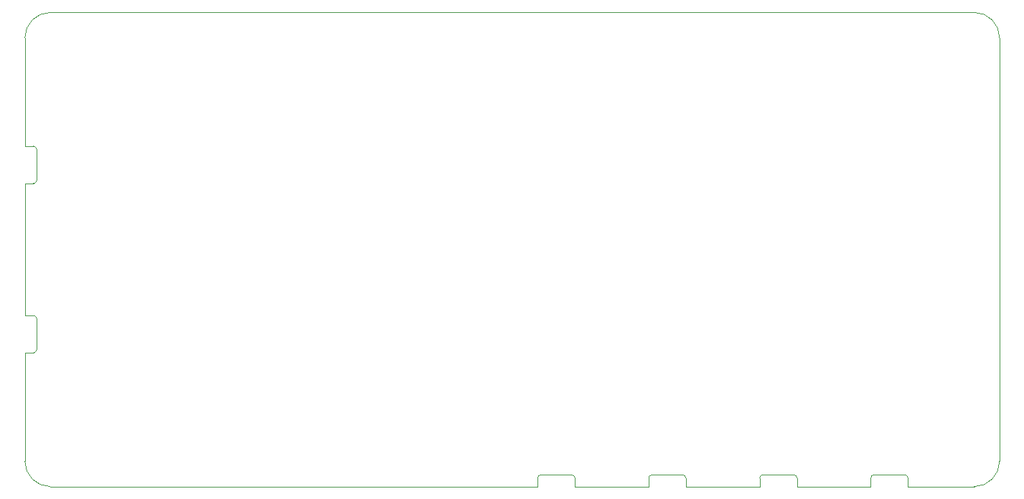
<source format=gm1>
G04 #@! TF.GenerationSoftware,KiCad,Pcbnew,7.0.9*
G04 #@! TF.CreationDate,2024-05-25T15:59:30+01:00*
G04 #@! TF.ProjectId,RPi-QuadDAC-MiniDexed,5250692d-5175-4616-9444-41432d4d696e,rev?*
G04 #@! TF.SameCoordinates,Original*
G04 #@! TF.FileFunction,Profile,NP*
%FSLAX46Y46*%
G04 Gerber Fmt 4.6, Leading zero omitted, Abs format (unit mm)*
G04 Created by KiCad (PCBNEW 7.0.9) date 2024-05-25 15:59:30*
%MOMM*%
%LPD*%
G01*
G04 APERTURE LIST*
G04 #@! TA.AperFunction,Profile*
%ADD10C,0.100000*%
G04 #@! TD*
G04 #@! TA.AperFunction,Profile*
%ADD11C,0.120000*%
G04 #@! TD*
G04 APERTURE END LIST*
D10*
X50000000Y-68500000D02*
X50000000Y-75500000D01*
X145400000Y-100000000D02*
X145500000Y-100000000D01*
X132300000Y-100000000D02*
X132400000Y-100000000D01*
X165000000Y-47000000D02*
G75*
G03*
X162000000Y-44000000I-3000000J0D01*
G01*
X165000000Y-97000000D02*
X165000000Y-47000000D01*
X50000000Y-97000000D02*
G75*
G03*
X53000000Y-100000000I3000000J0D01*
G01*
X50000000Y-55500000D02*
X50000000Y-47000000D01*
X158500000Y-100000000D02*
X162000000Y-100000000D01*
X50000000Y-88500000D02*
X50000000Y-97000000D01*
X106200000Y-100000000D02*
X53000000Y-100000000D01*
X162000000Y-100000000D02*
G75*
G03*
X165000000Y-97000000I0J3000000D01*
G01*
X53000000Y-44000000D02*
G75*
G03*
X50000000Y-47000000I0J-3000000D01*
G01*
X119300000Y-100000000D02*
X119200000Y-100000000D01*
X162000000Y-44000000D02*
X53000000Y-44000000D01*
D11*
X110500000Y-99000000D02*
X110500000Y-100000000D01*
X110500000Y-100000000D02*
X106200000Y-100000000D01*
X114500000Y-98600000D02*
X110900000Y-98600000D01*
X114900000Y-99000000D02*
X114900000Y-100000000D01*
X114900000Y-100000000D02*
X119200000Y-100000000D01*
X110900000Y-98600000D02*
G75*
G03*
X110500000Y-99000000I2J-400002D01*
G01*
X114900000Y-99000000D02*
G75*
G03*
X114500000Y-98600000I-400000J0D01*
G01*
X136700000Y-99000000D02*
X136700000Y-100000000D01*
X136700000Y-100000000D02*
X132400000Y-100000000D01*
X140700000Y-98600000D02*
X137100000Y-98600000D01*
X141100000Y-99000000D02*
X141100000Y-100000000D01*
X141100000Y-100000000D02*
X145400000Y-100000000D01*
X137100000Y-98600000D02*
G75*
G03*
X136700000Y-99000000I2J-400002D01*
G01*
X141100000Y-99000000D02*
G75*
G03*
X140700000Y-98600000I-400000J0D01*
G01*
X149800000Y-99000000D02*
X149800000Y-100000000D01*
X149800000Y-100000000D02*
X145500000Y-100000000D01*
X153800000Y-98600000D02*
X150200000Y-98600000D01*
X154200000Y-99000000D02*
X154200000Y-100000000D01*
X154200000Y-100000000D02*
X158500000Y-100000000D01*
X150200000Y-98600000D02*
G75*
G03*
X149800000Y-99000000I2J-400002D01*
G01*
X154200000Y-99000000D02*
G75*
G03*
X153800000Y-98600000I-400000J0D01*
G01*
X51000000Y-79800000D02*
X50000000Y-79800000D01*
X50000000Y-79800000D02*
X50000000Y-75500000D01*
X51400000Y-83800000D02*
X51400000Y-80200000D01*
X51000000Y-84200000D02*
X50000000Y-84200000D01*
X50000000Y-84200000D02*
X50000000Y-88500000D01*
X51400000Y-80200000D02*
G75*
G03*
X51000000Y-79800000I-400002J-2D01*
G01*
X51000000Y-84200000D02*
G75*
G03*
X51400000Y-83800000I0J400000D01*
G01*
X51000000Y-59800000D02*
X50000000Y-59800000D01*
X50000000Y-59800000D02*
X50000000Y-55500000D01*
X51400000Y-63800000D02*
X51400000Y-60200000D01*
X51000000Y-64200000D02*
X50000000Y-64200000D01*
X50000000Y-64200000D02*
X50000000Y-68500000D01*
X51400000Y-60200000D02*
G75*
G03*
X51000000Y-59800000I-400002J-2D01*
G01*
X51000000Y-64200000D02*
G75*
G03*
X51400000Y-63800000I0J400000D01*
G01*
X123600000Y-99000000D02*
X123600000Y-100000000D01*
X123600000Y-100000000D02*
X119300000Y-100000000D01*
X127600000Y-98600000D02*
X124000000Y-98600000D01*
X128000000Y-99000000D02*
X128000000Y-100000000D01*
X128000000Y-100000000D02*
X132300000Y-100000000D01*
X124000000Y-98600000D02*
G75*
G03*
X123600000Y-99000000I2J-400002D01*
G01*
X128000000Y-99000000D02*
G75*
G03*
X127600000Y-98600000I-400000J0D01*
G01*
M02*

</source>
